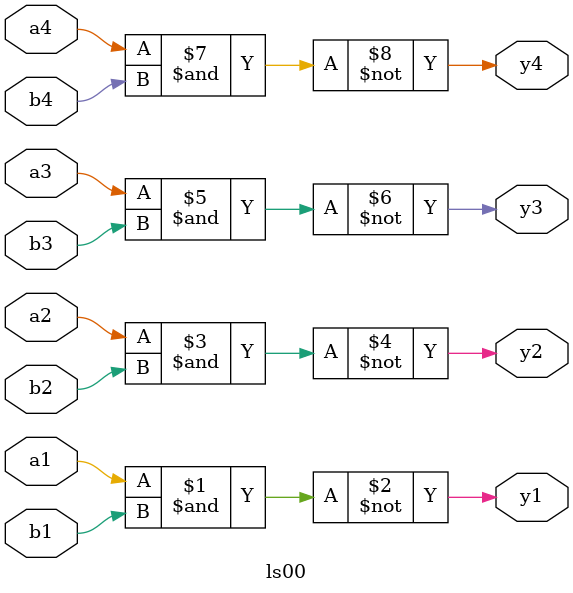
<source format=sv>

/*     _____________
     _|             |_
a1  |_|1          14|_| VCC
     _|             |_                     
b1  |_|2          13|_| a4
     _|             |_
y1  |_|3          12|_| b4
     _|             |_
a2  |_|4          11|_| y4
     _|             |_
b2  |_|5          10|_| a3
     _|             |_
y2  |_|6           9|_| b3
     _|             |_
GND |_|7           8|_| y3
      |_____________|
*/

module ls00
(
	input  a1, a2, a3, a4,
	input  b1, b2, b3, b4,
	output y1, y2, y3, y4
);

assign y1 = ~(a1 & b1);
assign y2 = ~(a2 & b2);
assign y3 = ~(a3 & b3);
assign y4 = ~(a4 & b4);

endmodule

</source>
